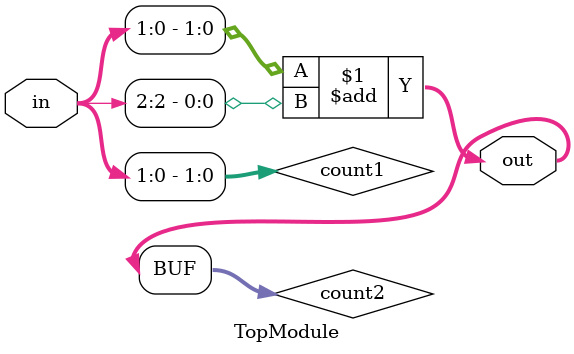
<source format=sv>

module TopModule (
  input [2:0] in,
  output [1:0] out
);
        wire [1:0] count1;
        wire [1:0] count2;

        // Count the number of 1s in the first two bits
        assign count1 = in[1:0];

        // Count the number of 1s in the last bit and add to the previous count
        assign count2 = count1 + in[2];

        // Assign the final count to the output
        assign out = count2;

endmodule
/*
Status: Error running testbench

Fail Messages:The testbench simulated, but had errors. Please fix the module. The output of iverilog is as follows:
VCD info: dumpfile wave.vcd opened for output.
./execute_environment/testbench.sv:36: $finish called at 1100 (1ps)
Hint: Output 'out' has 115 mismatches. First mismatch occurred at time 5.
Hint: Total mismatched samples is 115 out of 220 samples

Simulation finished at 1100 ps
Mismatches: 115 in 220 samples
*/

/*
Numercial Processing Logic Error: 
// Count the number of 1s in the first two bits.
assign count1 = in[1:0];
*/
</source>
